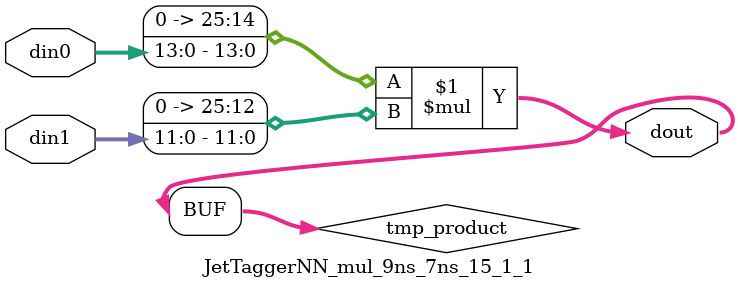
<source format=v>

`timescale 1 ns / 1 ps

  module JetTaggerNN_mul_9ns_7ns_15_1_1(din0, din1, dout);
parameter ID = 1;
parameter NUM_STAGE = 0;
parameter din0_WIDTH = 14;
parameter din1_WIDTH = 12;
parameter dout_WIDTH = 26;

input [din0_WIDTH - 1 : 0] din0; 
input [din1_WIDTH - 1 : 0] din1; 
output [dout_WIDTH - 1 : 0] dout;

wire signed [dout_WIDTH - 1 : 0] tmp_product;










assign tmp_product = $signed({1'b0, din0}) * $signed({1'b0, din1});











assign dout = tmp_product;







endmodule

</source>
